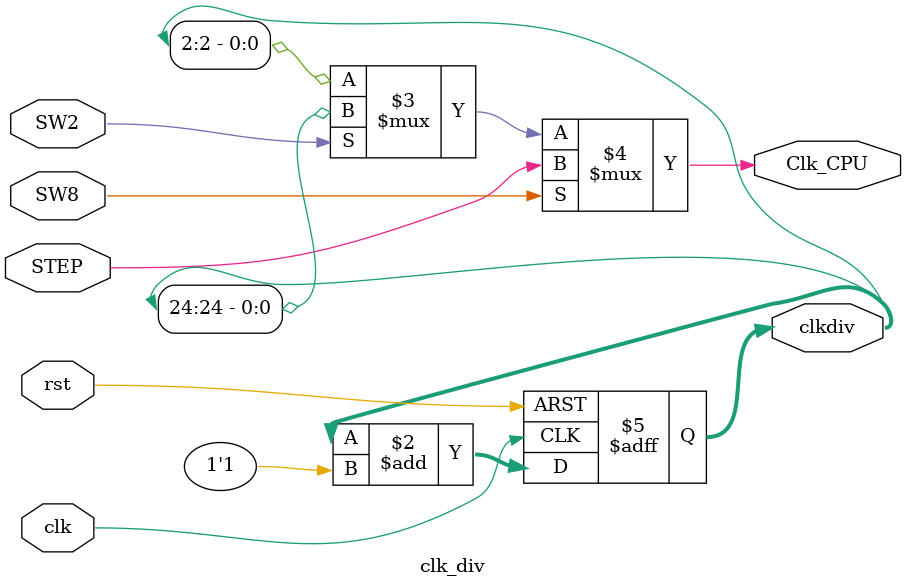
<source format=v>
`timescale 1ns / 1ps


module clk_div(input clk,
					input rst,
					input SW2,
					input SW8,
					input STEP,
					output reg[31:0]clkdiv,
					output Clk_CPU

    );
    always @ (posedge clk or posedge rst) begin 
            if (rst) clkdiv <= 0; 
            else clkdiv <= clkdiv + 1'b1; end
            
        assign Clk_CPU = (SW8) ? STEP : (SW2)? clkdiv[24] : clkdiv[2];
endmodule

</source>
